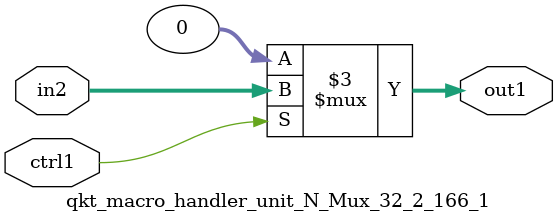
<source format=v>

`timescale 1ps / 1ps


module qkt_macro_handler_unit_N_Mux_32_2_166_1( in2, ctrl1, out1 );

    input [31:0] in2;
    input ctrl1;
    output [31:0] out1;
    reg [31:0] out1;

    
    // rtl_process:qkt_macro_handler_unit_N_Mux_32_2_166_1/qkt_macro_handler_unit_N_Mux_32_2_166_1_thread_1
    always @*
      begin : qkt_macro_handler_unit_N_Mux_32_2_166_1_thread_1
        case (ctrl1) 
          1'b1: 
            begin
              out1 = in2;
            end
          default: 
            begin
              out1 = 32'd0000000000;
            end
        endcase
      end

endmodule


</source>
